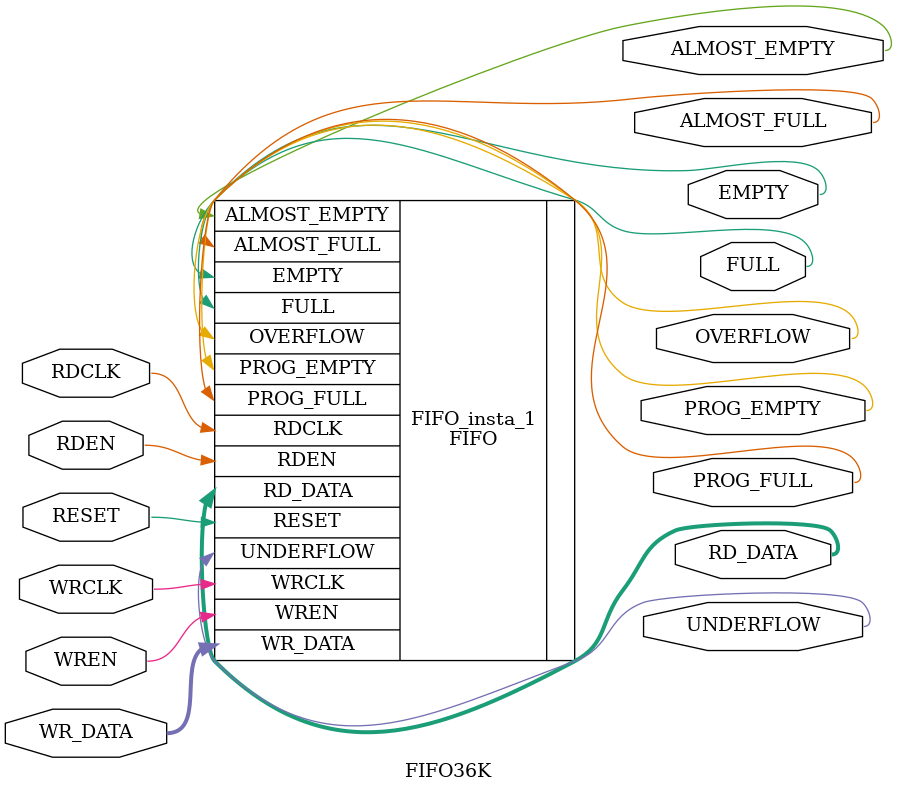
<source format=v>

module FIFO36K #(
    parameter   DATA_WIDTH          = 6'd36,               // Supported Data Width 1, 2, 4, 9, 18, 36
    parameter   SYNC_FIFO           = 1'b1,                // Synchronous or Asynchronous FIFO 1/0
    parameter   PROG_FULL_THRESH    = 12'b100000000000,    // Threshold indicating that the FIFO buffer is considered Full
    parameter   PROG_EMPTY_THRESH   = 12'b111111111100     // Threshold indicating that the FIFO buffer is considered Empty
)
(
    input wire  [DATA_WIDTH-1:0] WR_DATA,                  // 36-bits Data coming inside FIFO
    output wire [DATA_WIDTH-1:0] RD_DATA,                  // 36-bits Data coming out from FIFO
    output wire EMPTY,                                     // 1-bit output: Empty Flag
    output wire FULL,                                      // 1-bit output: Full Flag
    output wire OVERFLOW,                                  // 1-bit output: Overflow Flag 
    output wire UNDERFLOW,                                 // 1-bit output: Underflow Flag
    input wire  RDEN,                                      // 1-bit input:  Read Enable
    input wire  WREN,                                      // 1-bit input:  Write Enable
    output wire ALMOST_EMPTY,                              // 1-bit output: This Flag is asserted when FIFO contains EMPTY plus one data words.
    output wire ALMOST_FULL,                               // 1-bit output: This Flag is asserted when FIFO contains FULL minus one data words.
    output wire PROG_EMPTY,                                // 1-bit output: Empty Watermark Flag
    output wire PROG_FULL,                                 // 1-bit output: Full Watermark Flag
    input wire  WRCLK,                                     // 1-bit input:  Write Clock
    input wire  RDCLK,                                     // 1-bit input:  Read Clock
    input wire  RESET                                      // 1-bit input:  Active Low Synchronous Reset
);

initial 
begin
    if (!(DATA_WIDTH == 1 || DATA_WIDTH == 2 || DATA_WIDTH == 4 || DATA_WIDTH == 9 || DATA_WIDTH == 18 || DATA_WIDTH == 36)) 
        begin
        $error("Incorrect DATA_WIDTH: %0d\nEnter valid DATA_WIDTH: 1, 2, 4, 8, 9, 18, 36", DATA_WIDTH);
        $finish;
        end
end

FIFO #(
    .DATA_WIDTH(DATA_WIDTH),
    .SYNC_FIFO(SYNC_FIFO),
    .PROG_FULL_THRESH(PROG_FULL_THRESH),
    .PROG_EMPTY_THRESH(PROG_EMPTY_THRESH)
)
FIFO_insta_1(
    .WR_DATA(WR_DATA),
    .RD_DATA(RD_DATA),
    .EMPTY(EMPTY),
    .FULL(FULL),
    .ALMOST_EMPTY(ALMOST_EMPTY),
    .ALMOST_FULL(ALMOST_FULL),
    .PROG_EMPTY(PROG_EMPTY),
    .PROG_FULL(PROG_FULL),
    .OVERFLOW(OVERFLOW),
    .UNDERFLOW(UNDERFLOW),
    .RDEN(RDEN),
    .WREN(WREN),
    .WRCLK(WRCLK),
    .RDCLK(RDCLK),
    .RESET(RESET)
);
endmodule
</source>
